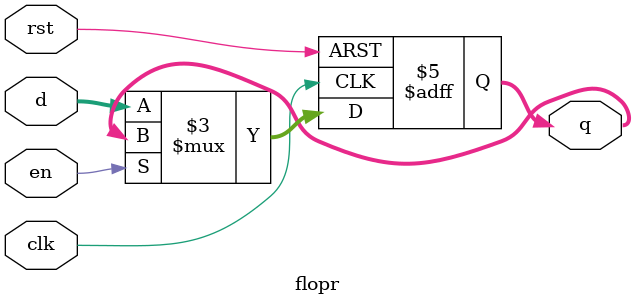
<source format=sv>
`timescale 1ns / 1ps

module flopr
#(
	parameter WIDTH = 32
)
(
	input logic clk, rst, en,
	input logic [WIDTH-1:0] d,
	output logic [WIDTH-1:0] q
);
	always_ff @(posedge clk, posedge rst)
		if(rst) begin
			q <= 32'b0;
		end
		else if(!en) begin
			q <= d;
		end

endmodule

</source>
